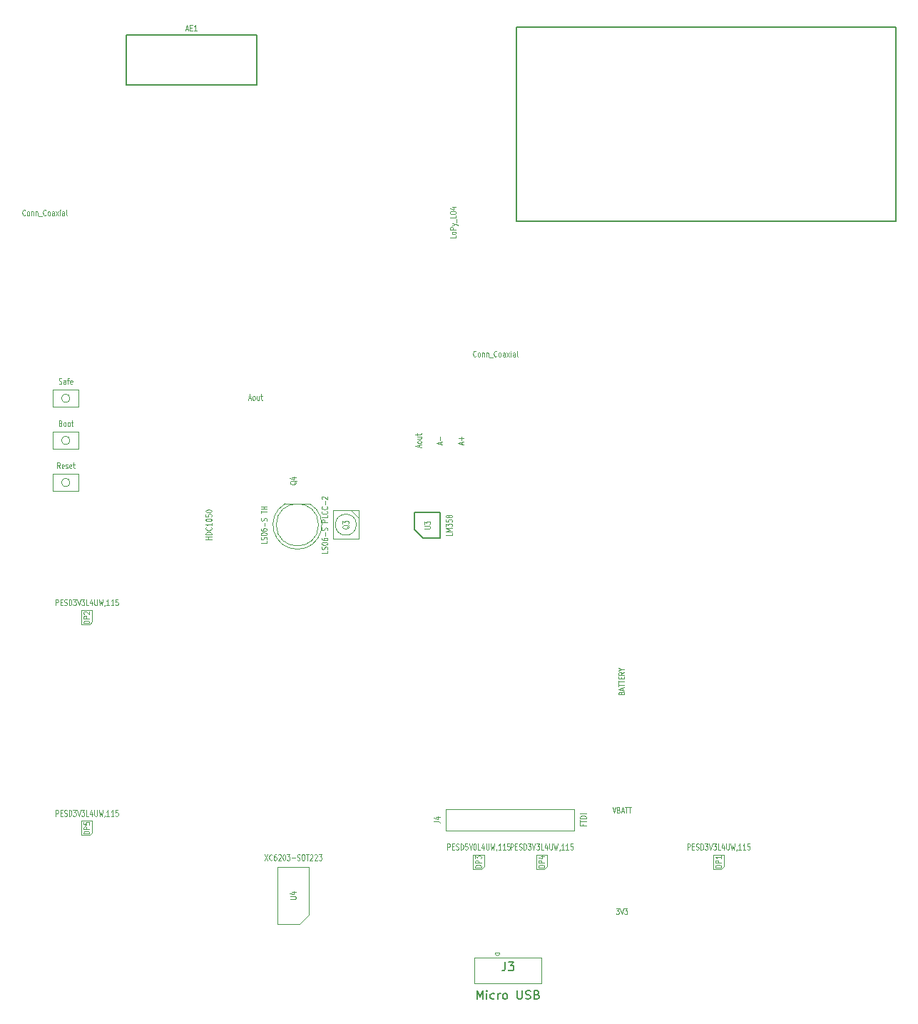
<source format=gbr>
G04 #@! TF.FileFunction,Other,Fab,Top*
%FSLAX46Y46*%
G04 Gerber Fmt 4.6, Leading zero omitted, Abs format (unit mm)*
G04 Created by KiCad (PCBNEW 4.0.7-e2-6376~61~ubuntu18.04.1) date Tue Jul  3 09:25:50 2018*
%MOMM*%
%LPD*%
G01*
G04 APERTURE LIST*
%ADD10C,0.100000*%
%ADD11C,0.150000*%
%ADD12C,0.120000*%
G04 APERTURE END LIST*
D10*
D11*
X156000000Y-21000000D02*
X201000000Y-21000000D01*
X201000000Y-21000000D02*
X201000000Y-44000000D01*
X201000000Y-44000000D02*
X156000000Y-44000000D01*
X156000000Y-44000000D02*
X156000000Y-21000000D01*
D10*
X180650000Y-120530000D02*
X180330000Y-120850000D01*
X179350000Y-120850000D02*
X180330000Y-120850000D01*
X180650000Y-120530000D02*
X180650000Y-119150000D01*
X179350000Y-120850000D02*
X179350000Y-119150000D01*
X179350000Y-119150000D02*
X180650000Y-119150000D01*
X105650000Y-91530000D02*
X105330000Y-91850000D01*
X104350000Y-91850000D02*
X105330000Y-91850000D01*
X105650000Y-91530000D02*
X105650000Y-90150000D01*
X104350000Y-91850000D02*
X104350000Y-90150000D01*
X104350000Y-90150000D02*
X105650000Y-90150000D01*
X152150000Y-120530000D02*
X151830000Y-120850000D01*
X150850000Y-120850000D02*
X151830000Y-120850000D01*
X152150000Y-120530000D02*
X152150000Y-119150000D01*
X150850000Y-120850000D02*
X150850000Y-119150000D01*
X150850000Y-119150000D02*
X152150000Y-119150000D01*
X159650000Y-120530000D02*
X159330000Y-120850000D01*
X158350000Y-120850000D02*
X159330000Y-120850000D01*
X159650000Y-120530000D02*
X159650000Y-119150000D01*
X158350000Y-120850000D02*
X158350000Y-119150000D01*
X158350000Y-119150000D02*
X159650000Y-119150000D01*
X105650000Y-116530000D02*
X105330000Y-116850000D01*
X104350000Y-116850000D02*
X105330000Y-116850000D01*
X105650000Y-116530000D02*
X105650000Y-115150000D01*
X104350000Y-116850000D02*
X104350000Y-115150000D01*
X104350000Y-115150000D02*
X105650000Y-115150000D01*
X147650000Y-116270000D02*
X162890000Y-116270000D01*
X162890000Y-116270000D02*
X162890000Y-113730000D01*
X162890000Y-113730000D02*
X147650000Y-113730000D01*
X147650000Y-113730000D02*
X147650000Y-116270000D01*
X128530334Y-77519984D02*
G75*
G03X131469694Y-77520000I1469666J-2500016D01*
G01*
X132500000Y-80020000D02*
G75*
G03X132500000Y-80020000I-2500000J0D01*
G01*
X131469694Y-77520000D02*
X128530306Y-77520000D01*
X101000000Y-74000000D02*
X101000000Y-76000000D01*
X104000000Y-74000000D02*
X104000000Y-76000000D01*
X103000000Y-75000000D02*
G75*
G03X103000000Y-75000000I-500000J0D01*
G01*
X101000000Y-76000000D02*
X104000000Y-76000000D01*
X101000000Y-74000000D02*
X104000000Y-74000000D01*
X101000000Y-69000000D02*
X101000000Y-71000000D01*
X104000000Y-69000000D02*
X104000000Y-71000000D01*
X103000000Y-70000000D02*
G75*
G03X103000000Y-70000000I-500000J0D01*
G01*
X101000000Y-71000000D02*
X104000000Y-71000000D01*
X101000000Y-69000000D02*
X104000000Y-69000000D01*
X101000000Y-64000000D02*
X101000000Y-66000000D01*
X104000000Y-64000000D02*
X104000000Y-66000000D01*
X103000000Y-65000000D02*
G75*
G03X103000000Y-65000000I-500000J0D01*
G01*
X101000000Y-66000000D02*
X104000000Y-66000000D01*
X101000000Y-64000000D02*
X104000000Y-64000000D01*
D11*
X143928362Y-80558194D02*
X143928362Y-78558194D01*
X143928362Y-78558194D02*
X146928362Y-78558194D01*
X146928362Y-78558194D02*
X146928362Y-81558194D01*
X146928362Y-81558194D02*
X144928362Y-81558194D01*
X144928362Y-81558194D02*
X143928362Y-80558194D01*
X125150000Y-21900000D02*
X125150000Y-27850000D01*
X109650000Y-27850000D02*
X109650000Y-21900000D01*
X125150000Y-27850000D02*
X109650000Y-27850000D01*
X109650000Y-21900000D02*
X125150000Y-21900000D01*
D10*
X131350000Y-126300000D02*
X130300000Y-127350000D01*
X131350000Y-126300000D02*
X131350000Y-120650000D01*
X130300000Y-127350000D02*
X127650000Y-127350000D01*
X131350000Y-120650000D02*
X127650000Y-120650000D01*
X127650000Y-127350000D02*
X127650000Y-120650000D01*
X137000000Y-80000000D02*
G75*
G03X137000000Y-80000000I-1250000J0D01*
G01*
X136350000Y-78300000D02*
X137250000Y-79200000D01*
X134250000Y-81700000D02*
X137250000Y-81700000D01*
X137250000Y-81700000D02*
X137250000Y-78300000D01*
X137250000Y-78300000D02*
X134250000Y-78300000D01*
X134250000Y-78300000D02*
X134250000Y-81700000D01*
X151000000Y-134390000D02*
X151000000Y-131390000D01*
X159000000Y-134390000D02*
X159000000Y-131390000D01*
X151000000Y-134390000D02*
X159000000Y-134390000D01*
X159000000Y-131390000D02*
X151000000Y-131390000D01*
X153700000Y-131150000D02*
X153475000Y-130975000D01*
X153475000Y-130750000D02*
X153925000Y-130750000D01*
X153700000Y-131150000D02*
X153925000Y-130975000D01*
X153475000Y-130975000D02*
X153475000Y-130750000D01*
X153925000Y-130750000D02*
X153925000Y-130975000D01*
D12*
X168450000Y-99975000D02*
X168483333Y-99896429D01*
X168516667Y-99870238D01*
X168583333Y-99844048D01*
X168683333Y-99844048D01*
X168750000Y-99870238D01*
X168783333Y-99896429D01*
X168816667Y-99948810D01*
X168816667Y-100158334D01*
X168116667Y-100158334D01*
X168116667Y-99975000D01*
X168150000Y-99922619D01*
X168183333Y-99896429D01*
X168250000Y-99870238D01*
X168316667Y-99870238D01*
X168383333Y-99896429D01*
X168416667Y-99922619D01*
X168450000Y-99975000D01*
X168450000Y-100158334D01*
X168616667Y-99634524D02*
X168616667Y-99372619D01*
X168816667Y-99686905D02*
X168116667Y-99503572D01*
X168816667Y-99320238D01*
X168116667Y-99215476D02*
X168116667Y-98901190D01*
X168816667Y-99058333D02*
X168116667Y-99058333D01*
X168116667Y-98796428D02*
X168116667Y-98482142D01*
X168816667Y-98639285D02*
X168116667Y-98639285D01*
X168450000Y-98298809D02*
X168450000Y-98115475D01*
X168816667Y-98036904D02*
X168816667Y-98298809D01*
X168116667Y-98298809D01*
X168116667Y-98036904D01*
X168816667Y-97486904D02*
X168483333Y-97670237D01*
X168816667Y-97801190D02*
X168116667Y-97801190D01*
X168116667Y-97591666D01*
X168150000Y-97539285D01*
X168183333Y-97513094D01*
X168250000Y-97486904D01*
X168350000Y-97486904D01*
X168416667Y-97513094D01*
X168450000Y-97539285D01*
X168483333Y-97591666D01*
X168483333Y-97801190D01*
X168483333Y-97146428D02*
X168816667Y-97146428D01*
X168116667Y-97329761D02*
X168483333Y-97146428D01*
X168116667Y-96963094D01*
X176307141Y-118566667D02*
X176307141Y-117866667D01*
X176516665Y-117866667D01*
X176569046Y-117900000D01*
X176595237Y-117933333D01*
X176621427Y-118000000D01*
X176621427Y-118100000D01*
X176595237Y-118166667D01*
X176569046Y-118200000D01*
X176516665Y-118233333D01*
X176307141Y-118233333D01*
X176857141Y-118200000D02*
X177040475Y-118200000D01*
X177119046Y-118566667D02*
X176857141Y-118566667D01*
X176857141Y-117866667D01*
X177119046Y-117866667D01*
X177328570Y-118533333D02*
X177407141Y-118566667D01*
X177538094Y-118566667D01*
X177590475Y-118533333D01*
X177616665Y-118500000D01*
X177642856Y-118433333D01*
X177642856Y-118366667D01*
X177616665Y-118300000D01*
X177590475Y-118266667D01*
X177538094Y-118233333D01*
X177433332Y-118200000D01*
X177380951Y-118166667D01*
X177354760Y-118133333D01*
X177328570Y-118066667D01*
X177328570Y-118000000D01*
X177354760Y-117933333D01*
X177380951Y-117900000D01*
X177433332Y-117866667D01*
X177564284Y-117866667D01*
X177642856Y-117900000D01*
X177878570Y-118566667D02*
X177878570Y-117866667D01*
X178009523Y-117866667D01*
X178088094Y-117900000D01*
X178140475Y-117966667D01*
X178166666Y-118033333D01*
X178192856Y-118166667D01*
X178192856Y-118266667D01*
X178166666Y-118400000D01*
X178140475Y-118466667D01*
X178088094Y-118533333D01*
X178009523Y-118566667D01*
X177878570Y-118566667D01*
X178376189Y-117866667D02*
X178716666Y-117866667D01*
X178533332Y-118133333D01*
X178611904Y-118133333D01*
X178664285Y-118166667D01*
X178690475Y-118200000D01*
X178716666Y-118266667D01*
X178716666Y-118433333D01*
X178690475Y-118500000D01*
X178664285Y-118533333D01*
X178611904Y-118566667D01*
X178454761Y-118566667D01*
X178402380Y-118533333D01*
X178376189Y-118500000D01*
X178873809Y-117866667D02*
X179057142Y-118566667D01*
X179240476Y-117866667D01*
X179371428Y-117866667D02*
X179711905Y-117866667D01*
X179528571Y-118133333D01*
X179607143Y-118133333D01*
X179659524Y-118166667D01*
X179685714Y-118200000D01*
X179711905Y-118266667D01*
X179711905Y-118433333D01*
X179685714Y-118500000D01*
X179659524Y-118533333D01*
X179607143Y-118566667D01*
X179450000Y-118566667D01*
X179397619Y-118533333D01*
X179371428Y-118500000D01*
X180209524Y-118566667D02*
X179947619Y-118566667D01*
X179947619Y-117866667D01*
X180628572Y-118100000D02*
X180628572Y-118566667D01*
X180497619Y-117833333D02*
X180366667Y-118333333D01*
X180707143Y-118333333D01*
X180916667Y-117866667D02*
X180916667Y-118433333D01*
X180942858Y-118500000D01*
X180969048Y-118533333D01*
X181021429Y-118566667D01*
X181126191Y-118566667D01*
X181178572Y-118533333D01*
X181204763Y-118500000D01*
X181230953Y-118433333D01*
X181230953Y-117866667D01*
X181440476Y-117866667D02*
X181571429Y-118566667D01*
X181676191Y-118066667D01*
X181780953Y-118566667D01*
X181911905Y-117866667D01*
X182147619Y-118533333D02*
X182147619Y-118566667D01*
X182121428Y-118633333D01*
X182095238Y-118666667D01*
X182671429Y-118566667D02*
X182357143Y-118566667D01*
X182514286Y-118566667D02*
X182514286Y-117866667D01*
X182461905Y-117966667D01*
X182409524Y-118033333D01*
X182357143Y-118066667D01*
X183195239Y-118566667D02*
X182880953Y-118566667D01*
X183038096Y-118566667D02*
X183038096Y-117866667D01*
X182985715Y-117966667D01*
X182933334Y-118033333D01*
X182880953Y-118066667D01*
X183692858Y-117866667D02*
X183430953Y-117866667D01*
X183404763Y-118200000D01*
X183430953Y-118166667D01*
X183483334Y-118133333D01*
X183614287Y-118133333D01*
X183666668Y-118166667D01*
X183692858Y-118200000D01*
X183719049Y-118266667D01*
X183719049Y-118433333D01*
X183692858Y-118500000D01*
X183666668Y-118533333D01*
X183614287Y-118566667D01*
X183483334Y-118566667D01*
X183430953Y-118533333D01*
X183404763Y-118500000D01*
X180316667Y-120680953D02*
X179616667Y-120680953D01*
X179616667Y-120550000D01*
X179650000Y-120471429D01*
X179716667Y-120419048D01*
X179783333Y-120392857D01*
X179916667Y-120366667D01*
X180016667Y-120366667D01*
X180150000Y-120392857D01*
X180216667Y-120419048D01*
X180283333Y-120471429D01*
X180316667Y-120550000D01*
X180316667Y-120680953D01*
X180316667Y-120130953D02*
X179616667Y-120130953D01*
X179616667Y-119921429D01*
X179650000Y-119869048D01*
X179683333Y-119842857D01*
X179750000Y-119816667D01*
X179850000Y-119816667D01*
X179916667Y-119842857D01*
X179950000Y-119869048D01*
X179983333Y-119921429D01*
X179983333Y-120130953D01*
X180316667Y-119292857D02*
X180316667Y-119607143D01*
X180316667Y-119450000D02*
X179616667Y-119450000D01*
X179716667Y-119502381D01*
X179783333Y-119554762D01*
X179816667Y-119607143D01*
X101307141Y-89566667D02*
X101307141Y-88866667D01*
X101516665Y-88866667D01*
X101569046Y-88900000D01*
X101595237Y-88933333D01*
X101621427Y-89000000D01*
X101621427Y-89100000D01*
X101595237Y-89166667D01*
X101569046Y-89200000D01*
X101516665Y-89233333D01*
X101307141Y-89233333D01*
X101857141Y-89200000D02*
X102040475Y-89200000D01*
X102119046Y-89566667D02*
X101857141Y-89566667D01*
X101857141Y-88866667D01*
X102119046Y-88866667D01*
X102328570Y-89533333D02*
X102407141Y-89566667D01*
X102538094Y-89566667D01*
X102590475Y-89533333D01*
X102616665Y-89500000D01*
X102642856Y-89433333D01*
X102642856Y-89366667D01*
X102616665Y-89300000D01*
X102590475Y-89266667D01*
X102538094Y-89233333D01*
X102433332Y-89200000D01*
X102380951Y-89166667D01*
X102354760Y-89133333D01*
X102328570Y-89066667D01*
X102328570Y-89000000D01*
X102354760Y-88933333D01*
X102380951Y-88900000D01*
X102433332Y-88866667D01*
X102564284Y-88866667D01*
X102642856Y-88900000D01*
X102878570Y-89566667D02*
X102878570Y-88866667D01*
X103009523Y-88866667D01*
X103088094Y-88900000D01*
X103140475Y-88966667D01*
X103166666Y-89033333D01*
X103192856Y-89166667D01*
X103192856Y-89266667D01*
X103166666Y-89400000D01*
X103140475Y-89466667D01*
X103088094Y-89533333D01*
X103009523Y-89566667D01*
X102878570Y-89566667D01*
X103376189Y-88866667D02*
X103716666Y-88866667D01*
X103533332Y-89133333D01*
X103611904Y-89133333D01*
X103664285Y-89166667D01*
X103690475Y-89200000D01*
X103716666Y-89266667D01*
X103716666Y-89433333D01*
X103690475Y-89500000D01*
X103664285Y-89533333D01*
X103611904Y-89566667D01*
X103454761Y-89566667D01*
X103402380Y-89533333D01*
X103376189Y-89500000D01*
X103873809Y-88866667D02*
X104057142Y-89566667D01*
X104240476Y-88866667D01*
X104371428Y-88866667D02*
X104711905Y-88866667D01*
X104528571Y-89133333D01*
X104607143Y-89133333D01*
X104659524Y-89166667D01*
X104685714Y-89200000D01*
X104711905Y-89266667D01*
X104711905Y-89433333D01*
X104685714Y-89500000D01*
X104659524Y-89533333D01*
X104607143Y-89566667D01*
X104450000Y-89566667D01*
X104397619Y-89533333D01*
X104371428Y-89500000D01*
X105209524Y-89566667D02*
X104947619Y-89566667D01*
X104947619Y-88866667D01*
X105628572Y-89100000D02*
X105628572Y-89566667D01*
X105497619Y-88833333D02*
X105366667Y-89333333D01*
X105707143Y-89333333D01*
X105916667Y-88866667D02*
X105916667Y-89433333D01*
X105942858Y-89500000D01*
X105969048Y-89533333D01*
X106021429Y-89566667D01*
X106126191Y-89566667D01*
X106178572Y-89533333D01*
X106204763Y-89500000D01*
X106230953Y-89433333D01*
X106230953Y-88866667D01*
X106440476Y-88866667D02*
X106571429Y-89566667D01*
X106676191Y-89066667D01*
X106780953Y-89566667D01*
X106911905Y-88866667D01*
X107147619Y-89533333D02*
X107147619Y-89566667D01*
X107121428Y-89633333D01*
X107095238Y-89666667D01*
X107671429Y-89566667D02*
X107357143Y-89566667D01*
X107514286Y-89566667D02*
X107514286Y-88866667D01*
X107461905Y-88966667D01*
X107409524Y-89033333D01*
X107357143Y-89066667D01*
X108195239Y-89566667D02*
X107880953Y-89566667D01*
X108038096Y-89566667D02*
X108038096Y-88866667D01*
X107985715Y-88966667D01*
X107933334Y-89033333D01*
X107880953Y-89066667D01*
X108692858Y-88866667D02*
X108430953Y-88866667D01*
X108404763Y-89200000D01*
X108430953Y-89166667D01*
X108483334Y-89133333D01*
X108614287Y-89133333D01*
X108666668Y-89166667D01*
X108692858Y-89200000D01*
X108719049Y-89266667D01*
X108719049Y-89433333D01*
X108692858Y-89500000D01*
X108666668Y-89533333D01*
X108614287Y-89566667D01*
X108483334Y-89566667D01*
X108430953Y-89533333D01*
X108404763Y-89500000D01*
X105316667Y-91680953D02*
X104616667Y-91680953D01*
X104616667Y-91550000D01*
X104650000Y-91471429D01*
X104716667Y-91419048D01*
X104783333Y-91392857D01*
X104916667Y-91366667D01*
X105016667Y-91366667D01*
X105150000Y-91392857D01*
X105216667Y-91419048D01*
X105283333Y-91471429D01*
X105316667Y-91550000D01*
X105316667Y-91680953D01*
X105316667Y-91130953D02*
X104616667Y-91130953D01*
X104616667Y-90921429D01*
X104650000Y-90869048D01*
X104683333Y-90842857D01*
X104750000Y-90816667D01*
X104850000Y-90816667D01*
X104916667Y-90842857D01*
X104950000Y-90869048D01*
X104983333Y-90921429D01*
X104983333Y-91130953D01*
X104683333Y-90607143D02*
X104650000Y-90580953D01*
X104616667Y-90528572D01*
X104616667Y-90397619D01*
X104650000Y-90345238D01*
X104683333Y-90319048D01*
X104750000Y-90292857D01*
X104816667Y-90292857D01*
X104916667Y-90319048D01*
X105316667Y-90633334D01*
X105316667Y-90292857D01*
X147807141Y-118566667D02*
X147807141Y-117866667D01*
X148016665Y-117866667D01*
X148069046Y-117900000D01*
X148095237Y-117933333D01*
X148121427Y-118000000D01*
X148121427Y-118100000D01*
X148095237Y-118166667D01*
X148069046Y-118200000D01*
X148016665Y-118233333D01*
X147807141Y-118233333D01*
X148357141Y-118200000D02*
X148540475Y-118200000D01*
X148619046Y-118566667D02*
X148357141Y-118566667D01*
X148357141Y-117866667D01*
X148619046Y-117866667D01*
X148828570Y-118533333D02*
X148907141Y-118566667D01*
X149038094Y-118566667D01*
X149090475Y-118533333D01*
X149116665Y-118500000D01*
X149142856Y-118433333D01*
X149142856Y-118366667D01*
X149116665Y-118300000D01*
X149090475Y-118266667D01*
X149038094Y-118233333D01*
X148933332Y-118200000D01*
X148880951Y-118166667D01*
X148854760Y-118133333D01*
X148828570Y-118066667D01*
X148828570Y-118000000D01*
X148854760Y-117933333D01*
X148880951Y-117900000D01*
X148933332Y-117866667D01*
X149064284Y-117866667D01*
X149142856Y-117900000D01*
X149378570Y-118566667D02*
X149378570Y-117866667D01*
X149509523Y-117866667D01*
X149588094Y-117900000D01*
X149640475Y-117966667D01*
X149666666Y-118033333D01*
X149692856Y-118166667D01*
X149692856Y-118266667D01*
X149666666Y-118400000D01*
X149640475Y-118466667D01*
X149588094Y-118533333D01*
X149509523Y-118566667D01*
X149378570Y-118566667D01*
X150190475Y-117866667D02*
X149928570Y-117866667D01*
X149902380Y-118200000D01*
X149928570Y-118166667D01*
X149980951Y-118133333D01*
X150111904Y-118133333D01*
X150164285Y-118166667D01*
X150190475Y-118200000D01*
X150216666Y-118266667D01*
X150216666Y-118433333D01*
X150190475Y-118500000D01*
X150164285Y-118533333D01*
X150111904Y-118566667D01*
X149980951Y-118566667D01*
X149928570Y-118533333D01*
X149902380Y-118500000D01*
X150373809Y-117866667D02*
X150557142Y-118566667D01*
X150740476Y-117866667D01*
X151028571Y-117866667D02*
X151080952Y-117866667D01*
X151133333Y-117900000D01*
X151159524Y-117933333D01*
X151185714Y-118000000D01*
X151211905Y-118133333D01*
X151211905Y-118300000D01*
X151185714Y-118433333D01*
X151159524Y-118500000D01*
X151133333Y-118533333D01*
X151080952Y-118566667D01*
X151028571Y-118566667D01*
X150976190Y-118533333D01*
X150950000Y-118500000D01*
X150923809Y-118433333D01*
X150897619Y-118300000D01*
X150897619Y-118133333D01*
X150923809Y-118000000D01*
X150950000Y-117933333D01*
X150976190Y-117900000D01*
X151028571Y-117866667D01*
X151709524Y-118566667D02*
X151447619Y-118566667D01*
X151447619Y-117866667D01*
X152128572Y-118100000D02*
X152128572Y-118566667D01*
X151997619Y-117833333D02*
X151866667Y-118333333D01*
X152207143Y-118333333D01*
X152416667Y-117866667D02*
X152416667Y-118433333D01*
X152442858Y-118500000D01*
X152469048Y-118533333D01*
X152521429Y-118566667D01*
X152626191Y-118566667D01*
X152678572Y-118533333D01*
X152704763Y-118500000D01*
X152730953Y-118433333D01*
X152730953Y-117866667D01*
X152940476Y-117866667D02*
X153071429Y-118566667D01*
X153176191Y-118066667D01*
X153280953Y-118566667D01*
X153411905Y-117866667D01*
X153647619Y-118533333D02*
X153647619Y-118566667D01*
X153621428Y-118633333D01*
X153595238Y-118666667D01*
X154171429Y-118566667D02*
X153857143Y-118566667D01*
X154014286Y-118566667D02*
X154014286Y-117866667D01*
X153961905Y-117966667D01*
X153909524Y-118033333D01*
X153857143Y-118066667D01*
X154695239Y-118566667D02*
X154380953Y-118566667D01*
X154538096Y-118566667D02*
X154538096Y-117866667D01*
X154485715Y-117966667D01*
X154433334Y-118033333D01*
X154380953Y-118066667D01*
X155192858Y-117866667D02*
X154930953Y-117866667D01*
X154904763Y-118200000D01*
X154930953Y-118166667D01*
X154983334Y-118133333D01*
X155114287Y-118133333D01*
X155166668Y-118166667D01*
X155192858Y-118200000D01*
X155219049Y-118266667D01*
X155219049Y-118433333D01*
X155192858Y-118500000D01*
X155166668Y-118533333D01*
X155114287Y-118566667D01*
X154983334Y-118566667D01*
X154930953Y-118533333D01*
X154904763Y-118500000D01*
X151816667Y-120680953D02*
X151116667Y-120680953D01*
X151116667Y-120550000D01*
X151150000Y-120471429D01*
X151216667Y-120419048D01*
X151283333Y-120392857D01*
X151416667Y-120366667D01*
X151516667Y-120366667D01*
X151650000Y-120392857D01*
X151716667Y-120419048D01*
X151783333Y-120471429D01*
X151816667Y-120550000D01*
X151816667Y-120680953D01*
X151816667Y-120130953D02*
X151116667Y-120130953D01*
X151116667Y-119921429D01*
X151150000Y-119869048D01*
X151183333Y-119842857D01*
X151250000Y-119816667D01*
X151350000Y-119816667D01*
X151416667Y-119842857D01*
X151450000Y-119869048D01*
X151483333Y-119921429D01*
X151483333Y-120130953D01*
X151116667Y-119633334D02*
X151116667Y-119292857D01*
X151383333Y-119476191D01*
X151383333Y-119397619D01*
X151416667Y-119345238D01*
X151450000Y-119319048D01*
X151516667Y-119292857D01*
X151683333Y-119292857D01*
X151750000Y-119319048D01*
X151783333Y-119345238D01*
X151816667Y-119397619D01*
X151816667Y-119554762D01*
X151783333Y-119607143D01*
X151750000Y-119633334D01*
X155307141Y-118566667D02*
X155307141Y-117866667D01*
X155516665Y-117866667D01*
X155569046Y-117900000D01*
X155595237Y-117933333D01*
X155621427Y-118000000D01*
X155621427Y-118100000D01*
X155595237Y-118166667D01*
X155569046Y-118200000D01*
X155516665Y-118233333D01*
X155307141Y-118233333D01*
X155857141Y-118200000D02*
X156040475Y-118200000D01*
X156119046Y-118566667D02*
X155857141Y-118566667D01*
X155857141Y-117866667D01*
X156119046Y-117866667D01*
X156328570Y-118533333D02*
X156407141Y-118566667D01*
X156538094Y-118566667D01*
X156590475Y-118533333D01*
X156616665Y-118500000D01*
X156642856Y-118433333D01*
X156642856Y-118366667D01*
X156616665Y-118300000D01*
X156590475Y-118266667D01*
X156538094Y-118233333D01*
X156433332Y-118200000D01*
X156380951Y-118166667D01*
X156354760Y-118133333D01*
X156328570Y-118066667D01*
X156328570Y-118000000D01*
X156354760Y-117933333D01*
X156380951Y-117900000D01*
X156433332Y-117866667D01*
X156564284Y-117866667D01*
X156642856Y-117900000D01*
X156878570Y-118566667D02*
X156878570Y-117866667D01*
X157009523Y-117866667D01*
X157088094Y-117900000D01*
X157140475Y-117966667D01*
X157166666Y-118033333D01*
X157192856Y-118166667D01*
X157192856Y-118266667D01*
X157166666Y-118400000D01*
X157140475Y-118466667D01*
X157088094Y-118533333D01*
X157009523Y-118566667D01*
X156878570Y-118566667D01*
X157376189Y-117866667D02*
X157716666Y-117866667D01*
X157533332Y-118133333D01*
X157611904Y-118133333D01*
X157664285Y-118166667D01*
X157690475Y-118200000D01*
X157716666Y-118266667D01*
X157716666Y-118433333D01*
X157690475Y-118500000D01*
X157664285Y-118533333D01*
X157611904Y-118566667D01*
X157454761Y-118566667D01*
X157402380Y-118533333D01*
X157376189Y-118500000D01*
X157873809Y-117866667D02*
X158057142Y-118566667D01*
X158240476Y-117866667D01*
X158371428Y-117866667D02*
X158711905Y-117866667D01*
X158528571Y-118133333D01*
X158607143Y-118133333D01*
X158659524Y-118166667D01*
X158685714Y-118200000D01*
X158711905Y-118266667D01*
X158711905Y-118433333D01*
X158685714Y-118500000D01*
X158659524Y-118533333D01*
X158607143Y-118566667D01*
X158450000Y-118566667D01*
X158397619Y-118533333D01*
X158371428Y-118500000D01*
X159209524Y-118566667D02*
X158947619Y-118566667D01*
X158947619Y-117866667D01*
X159628572Y-118100000D02*
X159628572Y-118566667D01*
X159497619Y-117833333D02*
X159366667Y-118333333D01*
X159707143Y-118333333D01*
X159916667Y-117866667D02*
X159916667Y-118433333D01*
X159942858Y-118500000D01*
X159969048Y-118533333D01*
X160021429Y-118566667D01*
X160126191Y-118566667D01*
X160178572Y-118533333D01*
X160204763Y-118500000D01*
X160230953Y-118433333D01*
X160230953Y-117866667D01*
X160440476Y-117866667D02*
X160571429Y-118566667D01*
X160676191Y-118066667D01*
X160780953Y-118566667D01*
X160911905Y-117866667D01*
X161147619Y-118533333D02*
X161147619Y-118566667D01*
X161121428Y-118633333D01*
X161095238Y-118666667D01*
X161671429Y-118566667D02*
X161357143Y-118566667D01*
X161514286Y-118566667D02*
X161514286Y-117866667D01*
X161461905Y-117966667D01*
X161409524Y-118033333D01*
X161357143Y-118066667D01*
X162195239Y-118566667D02*
X161880953Y-118566667D01*
X162038096Y-118566667D02*
X162038096Y-117866667D01*
X161985715Y-117966667D01*
X161933334Y-118033333D01*
X161880953Y-118066667D01*
X162692858Y-117866667D02*
X162430953Y-117866667D01*
X162404763Y-118200000D01*
X162430953Y-118166667D01*
X162483334Y-118133333D01*
X162614287Y-118133333D01*
X162666668Y-118166667D01*
X162692858Y-118200000D01*
X162719049Y-118266667D01*
X162719049Y-118433333D01*
X162692858Y-118500000D01*
X162666668Y-118533333D01*
X162614287Y-118566667D01*
X162483334Y-118566667D01*
X162430953Y-118533333D01*
X162404763Y-118500000D01*
X159316667Y-120680953D02*
X158616667Y-120680953D01*
X158616667Y-120550000D01*
X158650000Y-120471429D01*
X158716667Y-120419048D01*
X158783333Y-120392857D01*
X158916667Y-120366667D01*
X159016667Y-120366667D01*
X159150000Y-120392857D01*
X159216667Y-120419048D01*
X159283333Y-120471429D01*
X159316667Y-120550000D01*
X159316667Y-120680953D01*
X159316667Y-120130953D02*
X158616667Y-120130953D01*
X158616667Y-119921429D01*
X158650000Y-119869048D01*
X158683333Y-119842857D01*
X158750000Y-119816667D01*
X158850000Y-119816667D01*
X158916667Y-119842857D01*
X158950000Y-119869048D01*
X158983333Y-119921429D01*
X158983333Y-120130953D01*
X158850000Y-119345238D02*
X159316667Y-119345238D01*
X158583333Y-119476191D02*
X159083333Y-119607143D01*
X159083333Y-119266667D01*
X101307141Y-114566667D02*
X101307141Y-113866667D01*
X101516665Y-113866667D01*
X101569046Y-113900000D01*
X101595237Y-113933333D01*
X101621427Y-114000000D01*
X101621427Y-114100000D01*
X101595237Y-114166667D01*
X101569046Y-114200000D01*
X101516665Y-114233333D01*
X101307141Y-114233333D01*
X101857141Y-114200000D02*
X102040475Y-114200000D01*
X102119046Y-114566667D02*
X101857141Y-114566667D01*
X101857141Y-113866667D01*
X102119046Y-113866667D01*
X102328570Y-114533333D02*
X102407141Y-114566667D01*
X102538094Y-114566667D01*
X102590475Y-114533333D01*
X102616665Y-114500000D01*
X102642856Y-114433333D01*
X102642856Y-114366667D01*
X102616665Y-114300000D01*
X102590475Y-114266667D01*
X102538094Y-114233333D01*
X102433332Y-114200000D01*
X102380951Y-114166667D01*
X102354760Y-114133333D01*
X102328570Y-114066667D01*
X102328570Y-114000000D01*
X102354760Y-113933333D01*
X102380951Y-113900000D01*
X102433332Y-113866667D01*
X102564284Y-113866667D01*
X102642856Y-113900000D01*
X102878570Y-114566667D02*
X102878570Y-113866667D01*
X103009523Y-113866667D01*
X103088094Y-113900000D01*
X103140475Y-113966667D01*
X103166666Y-114033333D01*
X103192856Y-114166667D01*
X103192856Y-114266667D01*
X103166666Y-114400000D01*
X103140475Y-114466667D01*
X103088094Y-114533333D01*
X103009523Y-114566667D01*
X102878570Y-114566667D01*
X103376189Y-113866667D02*
X103716666Y-113866667D01*
X103533332Y-114133333D01*
X103611904Y-114133333D01*
X103664285Y-114166667D01*
X103690475Y-114200000D01*
X103716666Y-114266667D01*
X103716666Y-114433333D01*
X103690475Y-114500000D01*
X103664285Y-114533333D01*
X103611904Y-114566667D01*
X103454761Y-114566667D01*
X103402380Y-114533333D01*
X103376189Y-114500000D01*
X103873809Y-113866667D02*
X104057142Y-114566667D01*
X104240476Y-113866667D01*
X104371428Y-113866667D02*
X104711905Y-113866667D01*
X104528571Y-114133333D01*
X104607143Y-114133333D01*
X104659524Y-114166667D01*
X104685714Y-114200000D01*
X104711905Y-114266667D01*
X104711905Y-114433333D01*
X104685714Y-114500000D01*
X104659524Y-114533333D01*
X104607143Y-114566667D01*
X104450000Y-114566667D01*
X104397619Y-114533333D01*
X104371428Y-114500000D01*
X105209524Y-114566667D02*
X104947619Y-114566667D01*
X104947619Y-113866667D01*
X105628572Y-114100000D02*
X105628572Y-114566667D01*
X105497619Y-113833333D02*
X105366667Y-114333333D01*
X105707143Y-114333333D01*
X105916667Y-113866667D02*
X105916667Y-114433333D01*
X105942858Y-114500000D01*
X105969048Y-114533333D01*
X106021429Y-114566667D01*
X106126191Y-114566667D01*
X106178572Y-114533333D01*
X106204763Y-114500000D01*
X106230953Y-114433333D01*
X106230953Y-113866667D01*
X106440476Y-113866667D02*
X106571429Y-114566667D01*
X106676191Y-114066667D01*
X106780953Y-114566667D01*
X106911905Y-113866667D01*
X107147619Y-114533333D02*
X107147619Y-114566667D01*
X107121428Y-114633333D01*
X107095238Y-114666667D01*
X107671429Y-114566667D02*
X107357143Y-114566667D01*
X107514286Y-114566667D02*
X107514286Y-113866667D01*
X107461905Y-113966667D01*
X107409524Y-114033333D01*
X107357143Y-114066667D01*
X108195239Y-114566667D02*
X107880953Y-114566667D01*
X108038096Y-114566667D02*
X108038096Y-113866667D01*
X107985715Y-113966667D01*
X107933334Y-114033333D01*
X107880953Y-114066667D01*
X108692858Y-113866667D02*
X108430953Y-113866667D01*
X108404763Y-114200000D01*
X108430953Y-114166667D01*
X108483334Y-114133333D01*
X108614287Y-114133333D01*
X108666668Y-114166667D01*
X108692858Y-114200000D01*
X108719049Y-114266667D01*
X108719049Y-114433333D01*
X108692858Y-114500000D01*
X108666668Y-114533333D01*
X108614287Y-114566667D01*
X108483334Y-114566667D01*
X108430953Y-114533333D01*
X108404763Y-114500000D01*
X105316667Y-116680953D02*
X104616667Y-116680953D01*
X104616667Y-116550000D01*
X104650000Y-116471429D01*
X104716667Y-116419048D01*
X104783333Y-116392857D01*
X104916667Y-116366667D01*
X105016667Y-116366667D01*
X105150000Y-116392857D01*
X105216667Y-116419048D01*
X105283333Y-116471429D01*
X105316667Y-116550000D01*
X105316667Y-116680953D01*
X105316667Y-116130953D02*
X104616667Y-116130953D01*
X104616667Y-115921429D01*
X104650000Y-115869048D01*
X104683333Y-115842857D01*
X104750000Y-115816667D01*
X104850000Y-115816667D01*
X104916667Y-115842857D01*
X104950000Y-115869048D01*
X104983333Y-115921429D01*
X104983333Y-116130953D01*
X104616667Y-115319048D02*
X104616667Y-115580953D01*
X104950000Y-115607143D01*
X104916667Y-115580953D01*
X104883333Y-115528572D01*
X104883333Y-115397619D01*
X104916667Y-115345238D01*
X104950000Y-115319048D01*
X105016667Y-115292857D01*
X105183333Y-115292857D01*
X105250000Y-115319048D01*
X105283333Y-115345238D01*
X105316667Y-115397619D01*
X105316667Y-115528572D01*
X105283333Y-115580953D01*
X105250000Y-115607143D01*
X163900000Y-115536905D02*
X163900000Y-115720239D01*
X164266667Y-115720239D02*
X163566667Y-115720239D01*
X163566667Y-115458334D01*
X163566667Y-115327381D02*
X163566667Y-115013095D01*
X164266667Y-115170238D02*
X163566667Y-115170238D01*
X164266667Y-114829762D02*
X163566667Y-114829762D01*
X163566667Y-114698809D01*
X163600000Y-114620238D01*
X163666667Y-114567857D01*
X163733333Y-114541666D01*
X163866667Y-114515476D01*
X163966667Y-114515476D01*
X164100000Y-114541666D01*
X164166667Y-114567857D01*
X164233333Y-114620238D01*
X164266667Y-114698809D01*
X164266667Y-114829762D01*
X164266667Y-114279762D02*
X163566667Y-114279762D01*
X146206667Y-115183334D02*
X146706667Y-115183334D01*
X146806667Y-115209524D01*
X146873333Y-115261905D01*
X146906667Y-115340477D01*
X146906667Y-115392858D01*
X146440000Y-114685714D02*
X146906667Y-114685714D01*
X146173333Y-114816667D02*
X146673333Y-114947619D01*
X146673333Y-114607143D01*
X97695238Y-43250000D02*
X97669048Y-43283333D01*
X97590476Y-43316667D01*
X97538095Y-43316667D01*
X97459524Y-43283333D01*
X97407143Y-43216667D01*
X97380952Y-43150000D01*
X97354762Y-43016667D01*
X97354762Y-42916667D01*
X97380952Y-42783333D01*
X97407143Y-42716667D01*
X97459524Y-42650000D01*
X97538095Y-42616667D01*
X97590476Y-42616667D01*
X97669048Y-42650000D01*
X97695238Y-42683333D01*
X98009524Y-43316667D02*
X97957143Y-43283333D01*
X97930952Y-43250000D01*
X97904762Y-43183333D01*
X97904762Y-42983333D01*
X97930952Y-42916667D01*
X97957143Y-42883333D01*
X98009524Y-42850000D01*
X98088095Y-42850000D01*
X98140476Y-42883333D01*
X98166667Y-42916667D01*
X98192857Y-42983333D01*
X98192857Y-43183333D01*
X98166667Y-43250000D01*
X98140476Y-43283333D01*
X98088095Y-43316667D01*
X98009524Y-43316667D01*
X98428571Y-42850000D02*
X98428571Y-43316667D01*
X98428571Y-42916667D02*
X98454762Y-42883333D01*
X98507143Y-42850000D01*
X98585714Y-42850000D01*
X98638095Y-42883333D01*
X98664286Y-42950000D01*
X98664286Y-43316667D01*
X98926190Y-42850000D02*
X98926190Y-43316667D01*
X98926190Y-42916667D02*
X98952381Y-42883333D01*
X99004762Y-42850000D01*
X99083333Y-42850000D01*
X99135714Y-42883333D01*
X99161905Y-42950000D01*
X99161905Y-43316667D01*
X99292857Y-43383333D02*
X99711905Y-43383333D01*
X100157143Y-43250000D02*
X100130953Y-43283333D01*
X100052381Y-43316667D01*
X100000000Y-43316667D01*
X99921429Y-43283333D01*
X99869048Y-43216667D01*
X99842857Y-43150000D01*
X99816667Y-43016667D01*
X99816667Y-42916667D01*
X99842857Y-42783333D01*
X99869048Y-42716667D01*
X99921429Y-42650000D01*
X100000000Y-42616667D01*
X100052381Y-42616667D01*
X100130953Y-42650000D01*
X100157143Y-42683333D01*
X100471429Y-43316667D02*
X100419048Y-43283333D01*
X100392857Y-43250000D01*
X100366667Y-43183333D01*
X100366667Y-42983333D01*
X100392857Y-42916667D01*
X100419048Y-42883333D01*
X100471429Y-42850000D01*
X100550000Y-42850000D01*
X100602381Y-42883333D01*
X100628572Y-42916667D01*
X100654762Y-42983333D01*
X100654762Y-43183333D01*
X100628572Y-43250000D01*
X100602381Y-43283333D01*
X100550000Y-43316667D01*
X100471429Y-43316667D01*
X101126191Y-43316667D02*
X101126191Y-42950000D01*
X101100000Y-42883333D01*
X101047619Y-42850000D01*
X100942857Y-42850000D01*
X100890476Y-42883333D01*
X101126191Y-43283333D02*
X101073810Y-43316667D01*
X100942857Y-43316667D01*
X100890476Y-43283333D01*
X100864286Y-43216667D01*
X100864286Y-43150000D01*
X100890476Y-43083333D01*
X100942857Y-43050000D01*
X101073810Y-43050000D01*
X101126191Y-43016667D01*
X101335714Y-43316667D02*
X101623810Y-42850000D01*
X101335714Y-42850000D02*
X101623810Y-43316667D01*
X101833333Y-43316667D02*
X101833333Y-42850000D01*
X101833333Y-42616667D02*
X101807143Y-42650000D01*
X101833333Y-42683333D01*
X101859524Y-42650000D01*
X101833333Y-42616667D01*
X101833333Y-42683333D01*
X102330953Y-43316667D02*
X102330953Y-42950000D01*
X102304762Y-42883333D01*
X102252381Y-42850000D01*
X102147619Y-42850000D01*
X102095238Y-42883333D01*
X102330953Y-43283333D02*
X102278572Y-43316667D01*
X102147619Y-43316667D01*
X102095238Y-43283333D01*
X102069048Y-43216667D01*
X102069048Y-43150000D01*
X102095238Y-43083333D01*
X102147619Y-43050000D01*
X102278572Y-43050000D01*
X102330953Y-43016667D01*
X102671429Y-43316667D02*
X102619048Y-43283333D01*
X102592857Y-43216667D01*
X102592857Y-42616667D01*
X151195238Y-60000000D02*
X151169048Y-60033333D01*
X151090476Y-60066667D01*
X151038095Y-60066667D01*
X150959524Y-60033333D01*
X150907143Y-59966667D01*
X150880952Y-59900000D01*
X150854762Y-59766667D01*
X150854762Y-59666667D01*
X150880952Y-59533333D01*
X150907143Y-59466667D01*
X150959524Y-59400000D01*
X151038095Y-59366667D01*
X151090476Y-59366667D01*
X151169048Y-59400000D01*
X151195238Y-59433333D01*
X151509524Y-60066667D02*
X151457143Y-60033333D01*
X151430952Y-60000000D01*
X151404762Y-59933333D01*
X151404762Y-59733333D01*
X151430952Y-59666667D01*
X151457143Y-59633333D01*
X151509524Y-59600000D01*
X151588095Y-59600000D01*
X151640476Y-59633333D01*
X151666667Y-59666667D01*
X151692857Y-59733333D01*
X151692857Y-59933333D01*
X151666667Y-60000000D01*
X151640476Y-60033333D01*
X151588095Y-60066667D01*
X151509524Y-60066667D01*
X151928571Y-59600000D02*
X151928571Y-60066667D01*
X151928571Y-59666667D02*
X151954762Y-59633333D01*
X152007143Y-59600000D01*
X152085714Y-59600000D01*
X152138095Y-59633333D01*
X152164286Y-59700000D01*
X152164286Y-60066667D01*
X152426190Y-59600000D02*
X152426190Y-60066667D01*
X152426190Y-59666667D02*
X152452381Y-59633333D01*
X152504762Y-59600000D01*
X152583333Y-59600000D01*
X152635714Y-59633333D01*
X152661905Y-59700000D01*
X152661905Y-60066667D01*
X152792857Y-60133333D02*
X153211905Y-60133333D01*
X153657143Y-60000000D02*
X153630953Y-60033333D01*
X153552381Y-60066667D01*
X153500000Y-60066667D01*
X153421429Y-60033333D01*
X153369048Y-59966667D01*
X153342857Y-59900000D01*
X153316667Y-59766667D01*
X153316667Y-59666667D01*
X153342857Y-59533333D01*
X153369048Y-59466667D01*
X153421429Y-59400000D01*
X153500000Y-59366667D01*
X153552381Y-59366667D01*
X153630953Y-59400000D01*
X153657143Y-59433333D01*
X153971429Y-60066667D02*
X153919048Y-60033333D01*
X153892857Y-60000000D01*
X153866667Y-59933333D01*
X153866667Y-59733333D01*
X153892857Y-59666667D01*
X153919048Y-59633333D01*
X153971429Y-59600000D01*
X154050000Y-59600000D01*
X154102381Y-59633333D01*
X154128572Y-59666667D01*
X154154762Y-59733333D01*
X154154762Y-59933333D01*
X154128572Y-60000000D01*
X154102381Y-60033333D01*
X154050000Y-60066667D01*
X153971429Y-60066667D01*
X154626191Y-60066667D02*
X154626191Y-59700000D01*
X154600000Y-59633333D01*
X154547619Y-59600000D01*
X154442857Y-59600000D01*
X154390476Y-59633333D01*
X154626191Y-60033333D02*
X154573810Y-60066667D01*
X154442857Y-60066667D01*
X154390476Y-60033333D01*
X154364286Y-59966667D01*
X154364286Y-59900000D01*
X154390476Y-59833333D01*
X154442857Y-59800000D01*
X154573810Y-59800000D01*
X154626191Y-59766667D01*
X154835714Y-60066667D02*
X155123810Y-59600000D01*
X154835714Y-59600000D02*
X155123810Y-60066667D01*
X155333333Y-60066667D02*
X155333333Y-59600000D01*
X155333333Y-59366667D02*
X155307143Y-59400000D01*
X155333333Y-59433333D01*
X155359524Y-59400000D01*
X155333333Y-59366667D01*
X155333333Y-59433333D01*
X155830953Y-60066667D02*
X155830953Y-59700000D01*
X155804762Y-59633333D01*
X155752381Y-59600000D01*
X155647619Y-59600000D01*
X155595238Y-59633333D01*
X155830953Y-60033333D02*
X155778572Y-60066667D01*
X155647619Y-60066667D01*
X155595238Y-60033333D01*
X155569048Y-59966667D01*
X155569048Y-59900000D01*
X155595238Y-59833333D01*
X155647619Y-59800000D01*
X155778572Y-59800000D01*
X155830953Y-59766667D01*
X156171429Y-60066667D02*
X156119048Y-60033333D01*
X156092857Y-59966667D01*
X156092857Y-59366667D01*
X126356667Y-81945001D02*
X126356667Y-82206906D01*
X125656667Y-82206906D01*
X126323333Y-81787858D02*
X126356667Y-81709287D01*
X126356667Y-81578334D01*
X126323333Y-81525953D01*
X126290000Y-81499763D01*
X126223333Y-81473572D01*
X126156667Y-81473572D01*
X126090000Y-81499763D01*
X126056667Y-81525953D01*
X126023333Y-81578334D01*
X125990000Y-81683096D01*
X125956667Y-81735477D01*
X125923333Y-81761668D01*
X125856667Y-81787858D01*
X125790000Y-81787858D01*
X125723333Y-81761668D01*
X125690000Y-81735477D01*
X125656667Y-81683096D01*
X125656667Y-81552144D01*
X125690000Y-81473572D01*
X125656667Y-81133096D02*
X125656667Y-81080715D01*
X125690000Y-81028334D01*
X125723333Y-81002143D01*
X125790000Y-80975953D01*
X125923333Y-80949762D01*
X126090000Y-80949762D01*
X126223333Y-80975953D01*
X126290000Y-81002143D01*
X126323333Y-81028334D01*
X126356667Y-81080715D01*
X126356667Y-81133096D01*
X126323333Y-81185477D01*
X126290000Y-81211667D01*
X126223333Y-81237858D01*
X126090000Y-81264048D01*
X125923333Y-81264048D01*
X125790000Y-81237858D01*
X125723333Y-81211667D01*
X125690000Y-81185477D01*
X125656667Y-81133096D01*
X125656667Y-80478333D02*
X125656667Y-80583095D01*
X125690000Y-80635476D01*
X125723333Y-80661667D01*
X125823333Y-80714048D01*
X125956667Y-80740238D01*
X126223333Y-80740238D01*
X126290000Y-80714048D01*
X126323333Y-80687857D01*
X126356667Y-80635476D01*
X126356667Y-80530714D01*
X126323333Y-80478333D01*
X126290000Y-80452143D01*
X126223333Y-80425952D01*
X126056667Y-80425952D01*
X125990000Y-80452143D01*
X125956667Y-80478333D01*
X125923333Y-80530714D01*
X125923333Y-80635476D01*
X125956667Y-80687857D01*
X125990000Y-80714048D01*
X126056667Y-80740238D01*
X126090000Y-80190238D02*
X126090000Y-79771190D01*
X126323333Y-79535476D02*
X126356667Y-79456905D01*
X126356667Y-79325952D01*
X126323333Y-79273571D01*
X126290000Y-79247381D01*
X126223333Y-79221190D01*
X126156667Y-79221190D01*
X126090000Y-79247381D01*
X126056667Y-79273571D01*
X126023333Y-79325952D01*
X125990000Y-79430714D01*
X125956667Y-79483095D01*
X125923333Y-79509286D01*
X125856667Y-79535476D01*
X125790000Y-79535476D01*
X125723333Y-79509286D01*
X125690000Y-79483095D01*
X125656667Y-79430714D01*
X125656667Y-79299762D01*
X125690000Y-79221190D01*
X125656667Y-78644999D02*
X125656667Y-78330713D01*
X126356667Y-78487856D02*
X125656667Y-78487856D01*
X126356667Y-78147380D02*
X125656667Y-78147380D01*
X125990000Y-78147380D02*
X125990000Y-77833094D01*
X126356667Y-77833094D02*
X125656667Y-77833094D01*
X129883333Y-74802381D02*
X129850000Y-74854762D01*
X129783333Y-74907143D01*
X129683333Y-74985714D01*
X129650000Y-75038095D01*
X129650000Y-75090476D01*
X129816667Y-75064286D02*
X129783333Y-75116667D01*
X129716667Y-75169048D01*
X129583333Y-75195238D01*
X129350000Y-75195238D01*
X129216667Y-75169048D01*
X129150000Y-75116667D01*
X129116667Y-75064286D01*
X129116667Y-74959524D01*
X129150000Y-74907143D01*
X129216667Y-74854762D01*
X129350000Y-74828571D01*
X129583333Y-74828571D01*
X129716667Y-74854762D01*
X129783333Y-74907143D01*
X129816667Y-74959524D01*
X129816667Y-75064286D01*
X129350000Y-74357143D02*
X129816667Y-74357143D01*
X129083333Y-74488096D02*
X129583333Y-74619048D01*
X129583333Y-74278572D01*
X101819047Y-73316667D02*
X101635714Y-72983333D01*
X101504761Y-73316667D02*
X101504761Y-72616667D01*
X101714285Y-72616667D01*
X101766666Y-72650000D01*
X101792857Y-72683333D01*
X101819047Y-72750000D01*
X101819047Y-72850000D01*
X101792857Y-72916667D01*
X101766666Y-72950000D01*
X101714285Y-72983333D01*
X101504761Y-72983333D01*
X102264285Y-73283333D02*
X102211904Y-73316667D01*
X102107142Y-73316667D01*
X102054761Y-73283333D01*
X102028571Y-73216667D01*
X102028571Y-72950000D01*
X102054761Y-72883333D01*
X102107142Y-72850000D01*
X102211904Y-72850000D01*
X102264285Y-72883333D01*
X102290476Y-72950000D01*
X102290476Y-73016667D01*
X102028571Y-73083333D01*
X102500000Y-73283333D02*
X102552381Y-73316667D01*
X102657143Y-73316667D01*
X102709524Y-73283333D01*
X102735714Y-73216667D01*
X102735714Y-73183333D01*
X102709524Y-73116667D01*
X102657143Y-73083333D01*
X102578571Y-73083333D01*
X102526190Y-73050000D01*
X102500000Y-72983333D01*
X102500000Y-72950000D01*
X102526190Y-72883333D01*
X102578571Y-72850000D01*
X102657143Y-72850000D01*
X102709524Y-72883333D01*
X103180952Y-73283333D02*
X103128571Y-73316667D01*
X103023809Y-73316667D01*
X102971428Y-73283333D01*
X102945238Y-73216667D01*
X102945238Y-72950000D01*
X102971428Y-72883333D01*
X103023809Y-72850000D01*
X103128571Y-72850000D01*
X103180952Y-72883333D01*
X103207143Y-72950000D01*
X103207143Y-73016667D01*
X102945238Y-73083333D01*
X103364286Y-72850000D02*
X103573810Y-72850000D01*
X103442857Y-72616667D02*
X103442857Y-73216667D01*
X103469048Y-73283333D01*
X103521429Y-73316667D01*
X103573810Y-73316667D01*
X101884524Y-67950000D02*
X101963095Y-67983333D01*
X101989286Y-68016667D01*
X102015476Y-68083333D01*
X102015476Y-68183333D01*
X101989286Y-68250000D01*
X101963095Y-68283333D01*
X101910714Y-68316667D01*
X101701190Y-68316667D01*
X101701190Y-67616667D01*
X101884524Y-67616667D01*
X101936905Y-67650000D01*
X101963095Y-67683333D01*
X101989286Y-67750000D01*
X101989286Y-67816667D01*
X101963095Y-67883333D01*
X101936905Y-67916667D01*
X101884524Y-67950000D01*
X101701190Y-67950000D01*
X102329762Y-68316667D02*
X102277381Y-68283333D01*
X102251190Y-68250000D01*
X102225000Y-68183333D01*
X102225000Y-67983333D01*
X102251190Y-67916667D01*
X102277381Y-67883333D01*
X102329762Y-67850000D01*
X102408333Y-67850000D01*
X102460714Y-67883333D01*
X102486905Y-67916667D01*
X102513095Y-67983333D01*
X102513095Y-68183333D01*
X102486905Y-68250000D01*
X102460714Y-68283333D01*
X102408333Y-68316667D01*
X102329762Y-68316667D01*
X102827381Y-68316667D02*
X102775000Y-68283333D01*
X102748809Y-68250000D01*
X102722619Y-68183333D01*
X102722619Y-67983333D01*
X102748809Y-67916667D01*
X102775000Y-67883333D01*
X102827381Y-67850000D01*
X102905952Y-67850000D01*
X102958333Y-67883333D01*
X102984524Y-67916667D01*
X103010714Y-67983333D01*
X103010714Y-68183333D01*
X102984524Y-68250000D01*
X102958333Y-68283333D01*
X102905952Y-68316667D01*
X102827381Y-68316667D01*
X103167857Y-67850000D02*
X103377381Y-67850000D01*
X103246428Y-67616667D02*
X103246428Y-68216667D01*
X103272619Y-68283333D01*
X103325000Y-68316667D01*
X103377381Y-68316667D01*
X101701190Y-63283333D02*
X101779761Y-63316667D01*
X101910714Y-63316667D01*
X101963095Y-63283333D01*
X101989285Y-63250000D01*
X102015476Y-63183333D01*
X102015476Y-63116667D01*
X101989285Y-63050000D01*
X101963095Y-63016667D01*
X101910714Y-62983333D01*
X101805952Y-62950000D01*
X101753571Y-62916667D01*
X101727380Y-62883333D01*
X101701190Y-62816667D01*
X101701190Y-62750000D01*
X101727380Y-62683333D01*
X101753571Y-62650000D01*
X101805952Y-62616667D01*
X101936904Y-62616667D01*
X102015476Y-62650000D01*
X102486905Y-63316667D02*
X102486905Y-62950000D01*
X102460714Y-62883333D01*
X102408333Y-62850000D01*
X102303571Y-62850000D01*
X102251190Y-62883333D01*
X102486905Y-63283333D02*
X102434524Y-63316667D01*
X102303571Y-63316667D01*
X102251190Y-63283333D01*
X102225000Y-63216667D01*
X102225000Y-63150000D01*
X102251190Y-63083333D01*
X102303571Y-63050000D01*
X102434524Y-63050000D01*
X102486905Y-63016667D01*
X102670238Y-62850000D02*
X102879762Y-62850000D01*
X102748809Y-63316667D02*
X102748809Y-62716667D01*
X102775000Y-62650000D01*
X102827381Y-62616667D01*
X102879762Y-62616667D01*
X103272619Y-63283333D02*
X103220238Y-63316667D01*
X103115476Y-63316667D01*
X103063095Y-63283333D01*
X103036905Y-63216667D01*
X103036905Y-62950000D01*
X103063095Y-62883333D01*
X103115476Y-62850000D01*
X103220238Y-62850000D01*
X103272619Y-62883333D01*
X103298810Y-62950000D01*
X103298810Y-63016667D01*
X103036905Y-63083333D01*
X167386904Y-113513667D02*
X167570237Y-114213667D01*
X167753571Y-113513667D01*
X168120238Y-113847000D02*
X168198809Y-113880333D01*
X168225000Y-113913667D01*
X168251190Y-113980333D01*
X168251190Y-114080333D01*
X168225000Y-114147000D01*
X168198809Y-114180333D01*
X168146428Y-114213667D01*
X167936904Y-114213667D01*
X167936904Y-113513667D01*
X168120238Y-113513667D01*
X168172619Y-113547000D01*
X168198809Y-113580333D01*
X168225000Y-113647000D01*
X168225000Y-113713667D01*
X168198809Y-113780333D01*
X168172619Y-113813667D01*
X168120238Y-113847000D01*
X167936904Y-113847000D01*
X168460714Y-114013667D02*
X168722619Y-114013667D01*
X168408333Y-114213667D02*
X168591666Y-113513667D01*
X168775000Y-114213667D01*
X168879762Y-113513667D02*
X169194048Y-113513667D01*
X169036905Y-114213667D02*
X169036905Y-113513667D01*
X169298810Y-113513667D02*
X169613096Y-113513667D01*
X169455953Y-114213667D02*
X169455953Y-113513667D01*
X167819047Y-125513667D02*
X168159524Y-125513667D01*
X167976190Y-125780333D01*
X168054762Y-125780333D01*
X168107143Y-125813667D01*
X168133333Y-125847000D01*
X168159524Y-125913667D01*
X168159524Y-126080333D01*
X168133333Y-126147000D01*
X168107143Y-126180333D01*
X168054762Y-126213667D01*
X167897619Y-126213667D01*
X167845238Y-126180333D01*
X167819047Y-126147000D01*
X168316667Y-125513667D02*
X168500000Y-126213667D01*
X168683334Y-125513667D01*
X168814286Y-125513667D02*
X169154763Y-125513667D01*
X168971429Y-125780333D01*
X169050001Y-125780333D01*
X169102382Y-125813667D01*
X169128572Y-125847000D01*
X169154763Y-125913667D01*
X169154763Y-126080333D01*
X169128572Y-126147000D01*
X169102382Y-126180333D01*
X169050001Y-126213667D01*
X168892858Y-126213667D01*
X168840477Y-126180333D01*
X168814286Y-126147000D01*
X147013667Y-70471428D02*
X147013667Y-70209523D01*
X147213667Y-70523809D02*
X146513667Y-70340476D01*
X147213667Y-70157142D01*
X146947000Y-69973809D02*
X146947000Y-69554761D01*
X149513667Y-70471428D02*
X149513667Y-70209523D01*
X149713667Y-70523809D02*
X149013667Y-70340476D01*
X149713667Y-70157142D01*
X149447000Y-69973809D02*
X149447000Y-69554761D01*
X149713667Y-69764285D02*
X149180333Y-69764285D01*
X144513667Y-70785714D02*
X144513667Y-70523809D01*
X144713667Y-70838095D02*
X144013667Y-70654762D01*
X144713667Y-70471428D01*
X144713667Y-70209523D02*
X144680333Y-70261904D01*
X144647000Y-70288095D01*
X144580333Y-70314285D01*
X144380333Y-70314285D01*
X144313667Y-70288095D01*
X144280333Y-70261904D01*
X144247000Y-70209523D01*
X144247000Y-70130952D01*
X144280333Y-70078571D01*
X144313667Y-70052380D01*
X144380333Y-70026190D01*
X144580333Y-70026190D01*
X144647000Y-70052380D01*
X144680333Y-70078571D01*
X144713667Y-70130952D01*
X144713667Y-70209523D01*
X144247000Y-69554761D02*
X144713667Y-69554761D01*
X144247000Y-69790476D02*
X144613667Y-69790476D01*
X144680333Y-69764285D01*
X144713667Y-69711904D01*
X144713667Y-69633333D01*
X144680333Y-69580952D01*
X144647000Y-69554761D01*
X144247000Y-69371428D02*
X144247000Y-69161904D01*
X144013667Y-69292857D02*
X144613667Y-69292857D01*
X144680333Y-69266666D01*
X144713667Y-69214285D01*
X144713667Y-69161904D01*
X119816667Y-81754763D02*
X119116667Y-81754763D01*
X119450000Y-81754763D02*
X119450000Y-81440477D01*
X119816667Y-81440477D02*
X119116667Y-81440477D01*
X119816667Y-81178573D02*
X119116667Y-81178573D01*
X119116667Y-81047620D01*
X119150000Y-80969049D01*
X119216667Y-80916668D01*
X119283333Y-80890477D01*
X119416667Y-80864287D01*
X119516667Y-80864287D01*
X119650000Y-80890477D01*
X119716667Y-80916668D01*
X119783333Y-80969049D01*
X119816667Y-81047620D01*
X119816667Y-81178573D01*
X119750000Y-80314287D02*
X119783333Y-80340477D01*
X119816667Y-80419049D01*
X119816667Y-80471430D01*
X119783333Y-80550001D01*
X119716667Y-80602382D01*
X119650000Y-80628573D01*
X119516667Y-80654763D01*
X119416667Y-80654763D01*
X119283333Y-80628573D01*
X119216667Y-80602382D01*
X119150000Y-80550001D01*
X119116667Y-80471430D01*
X119116667Y-80419049D01*
X119150000Y-80340477D01*
X119183333Y-80314287D01*
X119816667Y-79790477D02*
X119816667Y-80104763D01*
X119816667Y-79947620D02*
X119116667Y-79947620D01*
X119216667Y-80000001D01*
X119283333Y-80052382D01*
X119316667Y-80104763D01*
X119116667Y-79450001D02*
X119116667Y-79397620D01*
X119150000Y-79345239D01*
X119183333Y-79319048D01*
X119250000Y-79292858D01*
X119383333Y-79266667D01*
X119550000Y-79266667D01*
X119683333Y-79292858D01*
X119750000Y-79319048D01*
X119783333Y-79345239D01*
X119816667Y-79397620D01*
X119816667Y-79450001D01*
X119783333Y-79502382D01*
X119750000Y-79528572D01*
X119683333Y-79554763D01*
X119550000Y-79580953D01*
X119383333Y-79580953D01*
X119250000Y-79554763D01*
X119183333Y-79528572D01*
X119150000Y-79502382D01*
X119116667Y-79450001D01*
X119116667Y-78769048D02*
X119116667Y-79030953D01*
X119450000Y-79057143D01*
X119416667Y-79030953D01*
X119383333Y-78978572D01*
X119383333Y-78847619D01*
X119416667Y-78795238D01*
X119450000Y-78769048D01*
X119516667Y-78742857D01*
X119683333Y-78742857D01*
X119750000Y-78769048D01*
X119783333Y-78795238D01*
X119816667Y-78847619D01*
X119816667Y-78978572D01*
X119783333Y-79030953D01*
X119750000Y-79057143D01*
X119116667Y-78402381D02*
X119116667Y-78350000D01*
X119150000Y-78297619D01*
X119183333Y-78271428D01*
X119250000Y-78245238D01*
X119383333Y-78219047D01*
X119550000Y-78219047D01*
X119683333Y-78245238D01*
X119750000Y-78271428D01*
X119783333Y-78297619D01*
X119816667Y-78350000D01*
X119816667Y-78402381D01*
X119783333Y-78454762D01*
X119750000Y-78480952D01*
X119683333Y-78507143D01*
X119550000Y-78533333D01*
X119383333Y-78533333D01*
X119250000Y-78507143D01*
X119183333Y-78480952D01*
X119150000Y-78454762D01*
X119116667Y-78402381D01*
X148816667Y-45670238D02*
X148816667Y-45932143D01*
X148116667Y-45932143D01*
X148816667Y-45408333D02*
X148783333Y-45460714D01*
X148750000Y-45486905D01*
X148683333Y-45513095D01*
X148483333Y-45513095D01*
X148416667Y-45486905D01*
X148383333Y-45460714D01*
X148350000Y-45408333D01*
X148350000Y-45329762D01*
X148383333Y-45277381D01*
X148416667Y-45251190D01*
X148483333Y-45225000D01*
X148683333Y-45225000D01*
X148750000Y-45251190D01*
X148783333Y-45277381D01*
X148816667Y-45329762D01*
X148816667Y-45408333D01*
X148816667Y-44989286D02*
X148116667Y-44989286D01*
X148116667Y-44779762D01*
X148150000Y-44727381D01*
X148183333Y-44701190D01*
X148250000Y-44675000D01*
X148350000Y-44675000D01*
X148416667Y-44701190D01*
X148450000Y-44727381D01*
X148483333Y-44779762D01*
X148483333Y-44989286D01*
X148350000Y-44491667D02*
X148816667Y-44360714D01*
X148350000Y-44229762D02*
X148816667Y-44360714D01*
X148983333Y-44413095D01*
X149016667Y-44439286D01*
X149050000Y-44491667D01*
X148883333Y-44151190D02*
X148883333Y-43732142D01*
X148816667Y-43339285D02*
X148816667Y-43601190D01*
X148116667Y-43601190D01*
X148116667Y-43051190D02*
X148116667Y-42946428D01*
X148150000Y-42894047D01*
X148216667Y-42841666D01*
X148350000Y-42815475D01*
X148583333Y-42815475D01*
X148716667Y-42841666D01*
X148783333Y-42894047D01*
X148816667Y-42946428D01*
X148816667Y-43051190D01*
X148783333Y-43103571D01*
X148716667Y-43155952D01*
X148583333Y-43182142D01*
X148350000Y-43182142D01*
X148216667Y-43155952D01*
X148150000Y-43103571D01*
X148116667Y-43051190D01*
X148350000Y-42344047D02*
X148816667Y-42344047D01*
X148083333Y-42475000D02*
X148583333Y-42605952D01*
X148583333Y-42265476D01*
X148345029Y-80987956D02*
X148345029Y-81249861D01*
X147645029Y-81249861D01*
X148345029Y-80804623D02*
X147645029Y-80804623D01*
X148145029Y-80621289D01*
X147645029Y-80437956D01*
X148345029Y-80437956D01*
X147645029Y-80228433D02*
X147645029Y-79887956D01*
X147911695Y-80071290D01*
X147911695Y-79992718D01*
X147945029Y-79940337D01*
X147978362Y-79914147D01*
X148045029Y-79887956D01*
X148211695Y-79887956D01*
X148278362Y-79914147D01*
X148311695Y-79940337D01*
X148345029Y-79992718D01*
X148345029Y-80149861D01*
X148311695Y-80202242D01*
X148278362Y-80228433D01*
X147645029Y-79390337D02*
X147645029Y-79652242D01*
X147978362Y-79678432D01*
X147945029Y-79652242D01*
X147911695Y-79599861D01*
X147911695Y-79468908D01*
X147945029Y-79416527D01*
X147978362Y-79390337D01*
X148045029Y-79364146D01*
X148211695Y-79364146D01*
X148278362Y-79390337D01*
X148311695Y-79416527D01*
X148345029Y-79468908D01*
X148345029Y-79599861D01*
X148311695Y-79652242D01*
X148278362Y-79678432D01*
X147945029Y-79049860D02*
X147911695Y-79102241D01*
X147878362Y-79128432D01*
X147811695Y-79154622D01*
X147778362Y-79154622D01*
X147711695Y-79128432D01*
X147678362Y-79102241D01*
X147645029Y-79049860D01*
X147645029Y-78945098D01*
X147678362Y-78892717D01*
X147711695Y-78866527D01*
X147778362Y-78840336D01*
X147811695Y-78840336D01*
X147878362Y-78866527D01*
X147911695Y-78892717D01*
X147945029Y-78945098D01*
X147945029Y-79049860D01*
X147978362Y-79102241D01*
X148011695Y-79128432D01*
X148078362Y-79154622D01*
X148211695Y-79154622D01*
X148278362Y-79128432D01*
X148311695Y-79102241D01*
X148345029Y-79049860D01*
X148345029Y-78945098D01*
X148311695Y-78892717D01*
X148278362Y-78866527D01*
X148211695Y-78840336D01*
X148078362Y-78840336D01*
X148011695Y-78866527D01*
X147978362Y-78892717D01*
X147945029Y-78945098D01*
X145045029Y-80477242D02*
X145611695Y-80477242D01*
X145678362Y-80451051D01*
X145711695Y-80424861D01*
X145745029Y-80372480D01*
X145745029Y-80267718D01*
X145711695Y-80215337D01*
X145678362Y-80189146D01*
X145611695Y-80162956D01*
X145045029Y-80162956D01*
X145045029Y-79953433D02*
X145045029Y-79612956D01*
X145311695Y-79796290D01*
X145311695Y-79717718D01*
X145345029Y-79665337D01*
X145378362Y-79639147D01*
X145445029Y-79612956D01*
X145611695Y-79612956D01*
X145678362Y-79639147D01*
X145711695Y-79665337D01*
X145745029Y-79717718D01*
X145745029Y-79874861D01*
X145711695Y-79927242D01*
X145678362Y-79953433D01*
X116758333Y-21216667D02*
X117020238Y-21216667D01*
X116705952Y-21416667D02*
X116889285Y-20716667D01*
X117072619Y-21416667D01*
X117255952Y-21050000D02*
X117439286Y-21050000D01*
X117517857Y-21416667D02*
X117255952Y-21416667D01*
X117255952Y-20716667D01*
X117517857Y-20716667D01*
X118041667Y-21416667D02*
X117727381Y-21416667D01*
X117884524Y-21416667D02*
X117884524Y-20716667D01*
X117832143Y-20816667D01*
X117779762Y-20883333D01*
X117727381Y-20916667D01*
X124214286Y-65013667D02*
X124476191Y-65013667D01*
X124161905Y-65213667D02*
X124345238Y-64513667D01*
X124528572Y-65213667D01*
X124790477Y-65213667D02*
X124738096Y-65180333D01*
X124711905Y-65147000D01*
X124685715Y-65080333D01*
X124685715Y-64880333D01*
X124711905Y-64813667D01*
X124738096Y-64780333D01*
X124790477Y-64747000D01*
X124869048Y-64747000D01*
X124921429Y-64780333D01*
X124947620Y-64813667D01*
X124973810Y-64880333D01*
X124973810Y-65080333D01*
X124947620Y-65147000D01*
X124921429Y-65180333D01*
X124869048Y-65213667D01*
X124790477Y-65213667D01*
X125445239Y-64747000D02*
X125445239Y-65213667D01*
X125209524Y-64747000D02*
X125209524Y-65113667D01*
X125235715Y-65180333D01*
X125288096Y-65213667D01*
X125366667Y-65213667D01*
X125419048Y-65180333D01*
X125445239Y-65147000D01*
X125628572Y-64747000D02*
X125838096Y-64747000D01*
X125707143Y-64513667D02*
X125707143Y-65113667D01*
X125733334Y-65180333D01*
X125785715Y-65213667D01*
X125838096Y-65213667D01*
X126108331Y-119116667D02*
X126474998Y-119816667D01*
X126474998Y-119116667D02*
X126108331Y-119816667D01*
X126998808Y-119750000D02*
X126972618Y-119783333D01*
X126894046Y-119816667D01*
X126841665Y-119816667D01*
X126763094Y-119783333D01*
X126710713Y-119716667D01*
X126684522Y-119650000D01*
X126658332Y-119516667D01*
X126658332Y-119416667D01*
X126684522Y-119283333D01*
X126710713Y-119216667D01*
X126763094Y-119150000D01*
X126841665Y-119116667D01*
X126894046Y-119116667D01*
X126972618Y-119150000D01*
X126998808Y-119183333D01*
X127470237Y-119116667D02*
X127365475Y-119116667D01*
X127313094Y-119150000D01*
X127286903Y-119183333D01*
X127234522Y-119283333D01*
X127208332Y-119416667D01*
X127208332Y-119683333D01*
X127234522Y-119750000D01*
X127260713Y-119783333D01*
X127313094Y-119816667D01*
X127417856Y-119816667D01*
X127470237Y-119783333D01*
X127496427Y-119750000D01*
X127522618Y-119683333D01*
X127522618Y-119516667D01*
X127496427Y-119450000D01*
X127470237Y-119416667D01*
X127417856Y-119383333D01*
X127313094Y-119383333D01*
X127260713Y-119416667D01*
X127234522Y-119450000D01*
X127208332Y-119516667D01*
X127732142Y-119183333D02*
X127758332Y-119150000D01*
X127810713Y-119116667D01*
X127941666Y-119116667D01*
X127994047Y-119150000D01*
X128020237Y-119183333D01*
X128046428Y-119250000D01*
X128046428Y-119316667D01*
X128020237Y-119416667D01*
X127705951Y-119816667D01*
X128046428Y-119816667D01*
X128386904Y-119116667D02*
X128439285Y-119116667D01*
X128491666Y-119150000D01*
X128517857Y-119183333D01*
X128544047Y-119250000D01*
X128570238Y-119383333D01*
X128570238Y-119550000D01*
X128544047Y-119683333D01*
X128517857Y-119750000D01*
X128491666Y-119783333D01*
X128439285Y-119816667D01*
X128386904Y-119816667D01*
X128334523Y-119783333D01*
X128308333Y-119750000D01*
X128282142Y-119683333D01*
X128255952Y-119550000D01*
X128255952Y-119383333D01*
X128282142Y-119250000D01*
X128308333Y-119183333D01*
X128334523Y-119150000D01*
X128386904Y-119116667D01*
X128753571Y-119116667D02*
X129094048Y-119116667D01*
X128910714Y-119383333D01*
X128989286Y-119383333D01*
X129041667Y-119416667D01*
X129067857Y-119450000D01*
X129094048Y-119516667D01*
X129094048Y-119683333D01*
X129067857Y-119750000D01*
X129041667Y-119783333D01*
X128989286Y-119816667D01*
X128832143Y-119816667D01*
X128779762Y-119783333D01*
X128753571Y-119750000D01*
X129329762Y-119550000D02*
X129748810Y-119550000D01*
X129984524Y-119783333D02*
X130063095Y-119816667D01*
X130194048Y-119816667D01*
X130246429Y-119783333D01*
X130272619Y-119750000D01*
X130298810Y-119683333D01*
X130298810Y-119616667D01*
X130272619Y-119550000D01*
X130246429Y-119516667D01*
X130194048Y-119483333D01*
X130089286Y-119450000D01*
X130036905Y-119416667D01*
X130010714Y-119383333D01*
X129984524Y-119316667D01*
X129984524Y-119250000D01*
X130010714Y-119183333D01*
X130036905Y-119150000D01*
X130089286Y-119116667D01*
X130220238Y-119116667D01*
X130298810Y-119150000D01*
X130639286Y-119116667D02*
X130744048Y-119116667D01*
X130796429Y-119150000D01*
X130848810Y-119216667D01*
X130875001Y-119350000D01*
X130875001Y-119583333D01*
X130848810Y-119716667D01*
X130796429Y-119783333D01*
X130744048Y-119816667D01*
X130639286Y-119816667D01*
X130586905Y-119783333D01*
X130534524Y-119716667D01*
X130508334Y-119583333D01*
X130508334Y-119350000D01*
X130534524Y-119216667D01*
X130586905Y-119150000D01*
X130639286Y-119116667D01*
X131032143Y-119116667D02*
X131346429Y-119116667D01*
X131189286Y-119816667D02*
X131189286Y-119116667D01*
X131503572Y-119183333D02*
X131529762Y-119150000D01*
X131582143Y-119116667D01*
X131713096Y-119116667D01*
X131765477Y-119150000D01*
X131791667Y-119183333D01*
X131817858Y-119250000D01*
X131817858Y-119316667D01*
X131791667Y-119416667D01*
X131477381Y-119816667D01*
X131817858Y-119816667D01*
X132027382Y-119183333D02*
X132053572Y-119150000D01*
X132105953Y-119116667D01*
X132236906Y-119116667D01*
X132289287Y-119150000D01*
X132315477Y-119183333D01*
X132341668Y-119250000D01*
X132341668Y-119316667D01*
X132315477Y-119416667D01*
X132001191Y-119816667D01*
X132341668Y-119816667D01*
X132525001Y-119116667D02*
X132865478Y-119116667D01*
X132682144Y-119383333D01*
X132760716Y-119383333D01*
X132813097Y-119416667D01*
X132839287Y-119450000D01*
X132865478Y-119516667D01*
X132865478Y-119683333D01*
X132839287Y-119750000D01*
X132813097Y-119783333D01*
X132760716Y-119816667D01*
X132603573Y-119816667D01*
X132551192Y-119783333D01*
X132525001Y-119750000D01*
X129116667Y-124419048D02*
X129683333Y-124419048D01*
X129750000Y-124392857D01*
X129783333Y-124366667D01*
X129816667Y-124314286D01*
X129816667Y-124209524D01*
X129783333Y-124157143D01*
X129750000Y-124130952D01*
X129683333Y-124104762D01*
X129116667Y-124104762D01*
X129350000Y-123607143D02*
X129816667Y-123607143D01*
X129083333Y-123738096D02*
X129583333Y-123869048D01*
X129583333Y-123528572D01*
X133566667Y-83077382D02*
X133566667Y-83339287D01*
X132866667Y-83339287D01*
X133533333Y-82920239D02*
X133566667Y-82841668D01*
X133566667Y-82710715D01*
X133533333Y-82658334D01*
X133500000Y-82632144D01*
X133433333Y-82605953D01*
X133366667Y-82605953D01*
X133300000Y-82632144D01*
X133266667Y-82658334D01*
X133233333Y-82710715D01*
X133200000Y-82815477D01*
X133166667Y-82867858D01*
X133133333Y-82894049D01*
X133066667Y-82920239D01*
X133000000Y-82920239D01*
X132933333Y-82894049D01*
X132900000Y-82867858D01*
X132866667Y-82815477D01*
X132866667Y-82684525D01*
X132900000Y-82605953D01*
X132866667Y-82265477D02*
X132866667Y-82213096D01*
X132900000Y-82160715D01*
X132933333Y-82134524D01*
X133000000Y-82108334D01*
X133133333Y-82082143D01*
X133300000Y-82082143D01*
X133433333Y-82108334D01*
X133500000Y-82134524D01*
X133533333Y-82160715D01*
X133566667Y-82213096D01*
X133566667Y-82265477D01*
X133533333Y-82317858D01*
X133500000Y-82344048D01*
X133433333Y-82370239D01*
X133300000Y-82396429D01*
X133133333Y-82396429D01*
X133000000Y-82370239D01*
X132933333Y-82344048D01*
X132900000Y-82317858D01*
X132866667Y-82265477D01*
X132866667Y-81610714D02*
X132866667Y-81715476D01*
X132900000Y-81767857D01*
X132933333Y-81794048D01*
X133033333Y-81846429D01*
X133166667Y-81872619D01*
X133433333Y-81872619D01*
X133500000Y-81846429D01*
X133533333Y-81820238D01*
X133566667Y-81767857D01*
X133566667Y-81663095D01*
X133533333Y-81610714D01*
X133500000Y-81584524D01*
X133433333Y-81558333D01*
X133266667Y-81558333D01*
X133200000Y-81584524D01*
X133166667Y-81610714D01*
X133133333Y-81663095D01*
X133133333Y-81767857D01*
X133166667Y-81820238D01*
X133200000Y-81846429D01*
X133266667Y-81872619D01*
X133300000Y-81322619D02*
X133300000Y-80903571D01*
X133533333Y-80667857D02*
X133566667Y-80589286D01*
X133566667Y-80458333D01*
X133533333Y-80405952D01*
X133500000Y-80379762D01*
X133433333Y-80353571D01*
X133366667Y-80353571D01*
X133300000Y-80379762D01*
X133266667Y-80405952D01*
X133233333Y-80458333D01*
X133200000Y-80563095D01*
X133166667Y-80615476D01*
X133133333Y-80641667D01*
X133066667Y-80667857D01*
X133000000Y-80667857D01*
X132933333Y-80641667D01*
X132900000Y-80615476D01*
X132866667Y-80563095D01*
X132866667Y-80432143D01*
X132900000Y-80353571D01*
X133566667Y-79698809D02*
X132866667Y-79698809D01*
X132866667Y-79489285D01*
X132900000Y-79436904D01*
X132933333Y-79410713D01*
X133000000Y-79384523D01*
X133100000Y-79384523D01*
X133166667Y-79410713D01*
X133200000Y-79436904D01*
X133233333Y-79489285D01*
X133233333Y-79698809D01*
X133566667Y-78886904D02*
X133566667Y-79148809D01*
X132866667Y-79148809D01*
X133500000Y-78389285D02*
X133533333Y-78415475D01*
X133566667Y-78494047D01*
X133566667Y-78546428D01*
X133533333Y-78624999D01*
X133466667Y-78677380D01*
X133400000Y-78703571D01*
X133266667Y-78729761D01*
X133166667Y-78729761D01*
X133033333Y-78703571D01*
X132966667Y-78677380D01*
X132900000Y-78624999D01*
X132866667Y-78546428D01*
X132866667Y-78494047D01*
X132900000Y-78415475D01*
X132933333Y-78389285D01*
X133500000Y-77839285D02*
X133533333Y-77865475D01*
X133566667Y-77944047D01*
X133566667Y-77996428D01*
X133533333Y-78074999D01*
X133466667Y-78127380D01*
X133400000Y-78153571D01*
X133266667Y-78179761D01*
X133166667Y-78179761D01*
X133033333Y-78153571D01*
X132966667Y-78127380D01*
X132900000Y-78074999D01*
X132866667Y-77996428D01*
X132866667Y-77944047D01*
X132900000Y-77865475D01*
X132933333Y-77839285D01*
X133300000Y-77603571D02*
X133300000Y-77184523D01*
X132933333Y-76948809D02*
X132900000Y-76922619D01*
X132866667Y-76870238D01*
X132866667Y-76739285D01*
X132900000Y-76686904D01*
X132933333Y-76660714D01*
X133000000Y-76634523D01*
X133066667Y-76634523D01*
X133166667Y-76660714D01*
X133566667Y-76975000D01*
X133566667Y-76634523D01*
X136133333Y-80052381D02*
X136100000Y-80104762D01*
X136033333Y-80157143D01*
X135933333Y-80235714D01*
X135900000Y-80288095D01*
X135900000Y-80340476D01*
X136066667Y-80314286D02*
X136033333Y-80366667D01*
X135966667Y-80419048D01*
X135833333Y-80445238D01*
X135600000Y-80445238D01*
X135466667Y-80419048D01*
X135400000Y-80366667D01*
X135366667Y-80314286D01*
X135366667Y-80209524D01*
X135400000Y-80157143D01*
X135466667Y-80104762D01*
X135600000Y-80078571D01*
X135833333Y-80078571D01*
X135966667Y-80104762D01*
X136033333Y-80157143D01*
X136066667Y-80209524D01*
X136066667Y-80314286D01*
X135366667Y-79895239D02*
X135366667Y-79554762D01*
X135633333Y-79738096D01*
X135633333Y-79659524D01*
X135666667Y-79607143D01*
X135700000Y-79580953D01*
X135766667Y-79554762D01*
X135933333Y-79554762D01*
X136000000Y-79580953D01*
X136033333Y-79607143D01*
X136066667Y-79659524D01*
X136066667Y-79816667D01*
X136033333Y-79869048D01*
X136000000Y-79895239D01*
D11*
X151332143Y-136277381D02*
X151332143Y-135277381D01*
X151665477Y-135991667D01*
X151998810Y-135277381D01*
X151998810Y-136277381D01*
X152475000Y-136277381D02*
X152475000Y-135610714D01*
X152475000Y-135277381D02*
X152427381Y-135325000D01*
X152475000Y-135372619D01*
X152522619Y-135325000D01*
X152475000Y-135277381D01*
X152475000Y-135372619D01*
X153379762Y-136229762D02*
X153284524Y-136277381D01*
X153094047Y-136277381D01*
X152998809Y-136229762D01*
X152951190Y-136182143D01*
X152903571Y-136086905D01*
X152903571Y-135801190D01*
X152951190Y-135705952D01*
X152998809Y-135658333D01*
X153094047Y-135610714D01*
X153284524Y-135610714D01*
X153379762Y-135658333D01*
X153808333Y-136277381D02*
X153808333Y-135610714D01*
X153808333Y-135801190D02*
X153855952Y-135705952D01*
X153903571Y-135658333D01*
X153998809Y-135610714D01*
X154094048Y-135610714D01*
X154570238Y-136277381D02*
X154475000Y-136229762D01*
X154427381Y-136182143D01*
X154379762Y-136086905D01*
X154379762Y-135801190D01*
X154427381Y-135705952D01*
X154475000Y-135658333D01*
X154570238Y-135610714D01*
X154713096Y-135610714D01*
X154808334Y-135658333D01*
X154855953Y-135705952D01*
X154903572Y-135801190D01*
X154903572Y-136086905D01*
X154855953Y-136182143D01*
X154808334Y-136229762D01*
X154713096Y-136277381D01*
X154570238Y-136277381D01*
X156094048Y-135277381D02*
X156094048Y-136086905D01*
X156141667Y-136182143D01*
X156189286Y-136229762D01*
X156284524Y-136277381D01*
X156475001Y-136277381D01*
X156570239Y-136229762D01*
X156617858Y-136182143D01*
X156665477Y-136086905D01*
X156665477Y-135277381D01*
X157094048Y-136229762D02*
X157236905Y-136277381D01*
X157475001Y-136277381D01*
X157570239Y-136229762D01*
X157617858Y-136182143D01*
X157665477Y-136086905D01*
X157665477Y-135991667D01*
X157617858Y-135896429D01*
X157570239Y-135848810D01*
X157475001Y-135801190D01*
X157284524Y-135753571D01*
X157189286Y-135705952D01*
X157141667Y-135658333D01*
X157094048Y-135563095D01*
X157094048Y-135467857D01*
X157141667Y-135372619D01*
X157189286Y-135325000D01*
X157284524Y-135277381D01*
X157522620Y-135277381D01*
X157665477Y-135325000D01*
X158427382Y-135753571D02*
X158570239Y-135801190D01*
X158617858Y-135848810D01*
X158665477Y-135944048D01*
X158665477Y-136086905D01*
X158617858Y-136182143D01*
X158570239Y-136229762D01*
X158475001Y-136277381D01*
X158094048Y-136277381D01*
X158094048Y-135277381D01*
X158427382Y-135277381D01*
X158522620Y-135325000D01*
X158570239Y-135372619D01*
X158617858Y-135467857D01*
X158617858Y-135563095D01*
X158570239Y-135658333D01*
X158522620Y-135705952D01*
X158427382Y-135753571D01*
X158094048Y-135753571D01*
X154666667Y-131902381D02*
X154666667Y-132616667D01*
X154619047Y-132759524D01*
X154523809Y-132854762D01*
X154380952Y-132902381D01*
X154285714Y-132902381D01*
X155047619Y-131902381D02*
X155666667Y-131902381D01*
X155333333Y-132283333D01*
X155476191Y-132283333D01*
X155571429Y-132330952D01*
X155619048Y-132378571D01*
X155666667Y-132473810D01*
X155666667Y-132711905D01*
X155619048Y-132807143D01*
X155571429Y-132854762D01*
X155476191Y-132902381D01*
X155190476Y-132902381D01*
X155095238Y-132854762D01*
X155047619Y-132807143D01*
M02*

</source>
